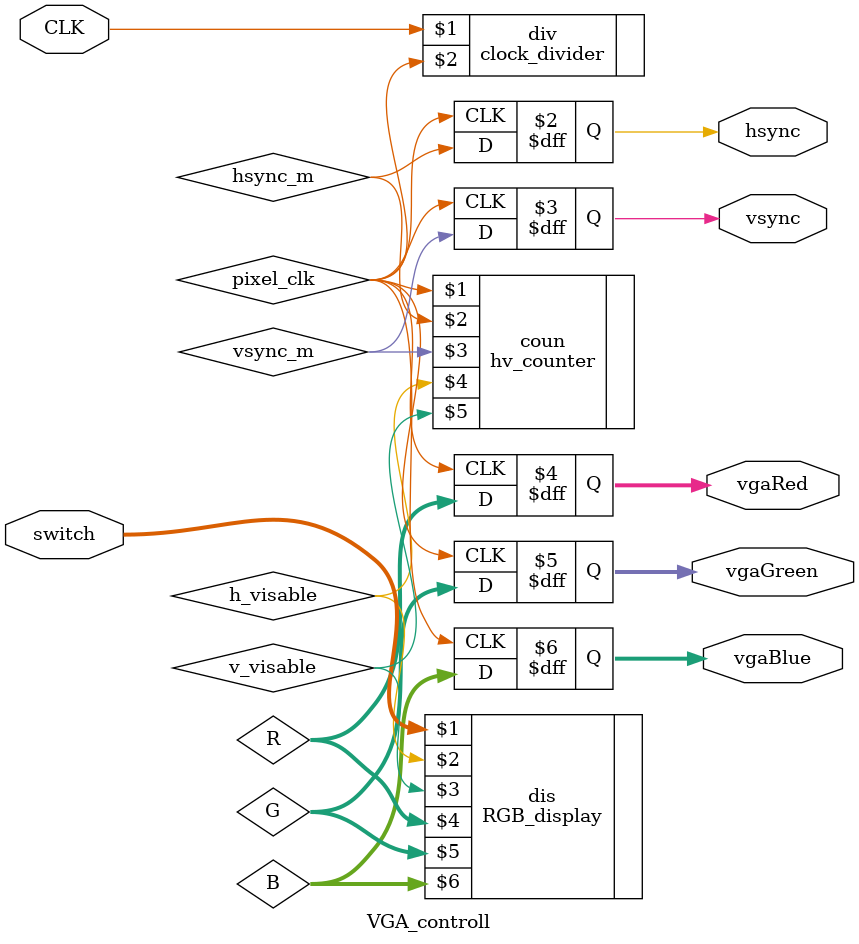
<source format=v>
module VGA_controll(CLK,switch,hsync,vsync,vgaRed,vgaGreen,vgaBlue);
input CLK;
input [7:0]switch;
output reg hsync;
output reg vsync;
output reg [3:0]vgaRed;
output reg [3:0]vgaGreen;
output reg [3:0]vgaBlue;

wire pixel_clk;
wire h_visable;
wire v_visable;
wire hsync_m;
wire vsync_m;
wire [3:0]R;
wire [3:0]G;
wire [3:0]B;

always @(posedge pixel_clk)
begin
    vgaRed <= R;
    vgaGreen <= G;
    vgaBlue <= B;
    hsync <= hsync_m;
    vsync <= vsync_m;
end
clock_divider div(CLK,pixel_clk);
hv_counter coun(pixel_clk,hsync_m,vsync_m,h_visable,v_visable);
RGB_display dis(switch,h_visable,v_visable,R,G,B);

endmodule
</source>
